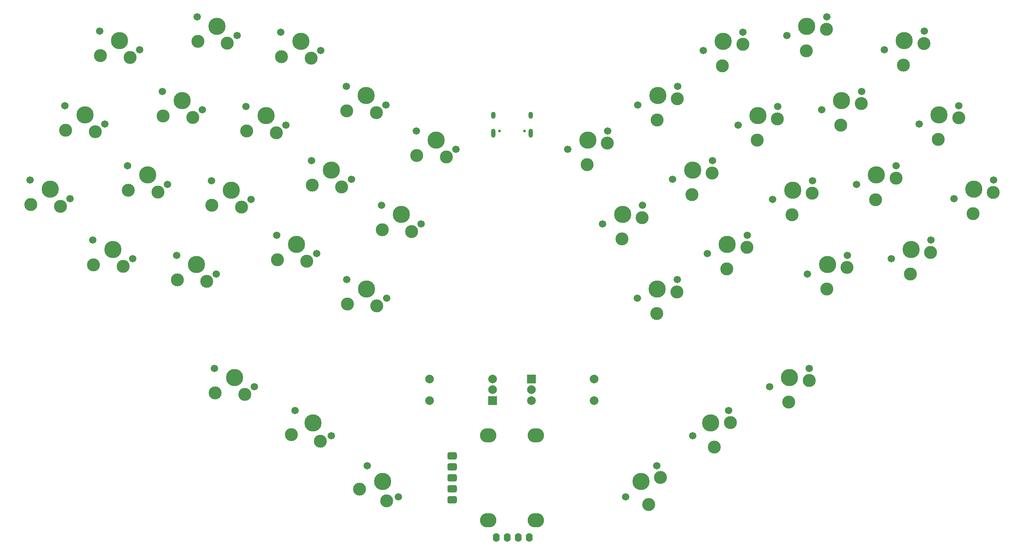
<source format=gbr>
%TF.GenerationSoftware,KiCad,Pcbnew,(5.1.10)-1*%
%TF.CreationDate,2021-07-25T08:46:16-07:00*%
%TF.ProjectId,barobord,6261726f-626f-4726-942e-6b696361645f,rev?*%
%TF.SameCoordinates,Original*%
%TF.FileFunction,Soldermask,Top*%
%TF.FilePolarity,Negative*%
%FSLAX46Y46*%
G04 Gerber Fmt 4.6, Leading zero omitted, Abs format (unit mm)*
G04 Created by KiCad (PCBNEW (5.1.10)-1) date 2021-07-25 08:46:16*
%MOMM*%
%LPD*%
G01*
G04 APERTURE LIST*
%ADD10R,2.000000X2.000000*%
%ADD11C,2.000000*%
%ADD12O,1.600000X2.000000*%
%ADD13O,3.800000X3.300000*%
%ADD14C,1.701800*%
%ADD15C,3.987800*%
%ADD16C,3.000000*%
%ADD17C,0.650000*%
%ADD18O,1.000000X2.100000*%
%ADD19O,1.000000X1.600000*%
G04 APERTURE END LIST*
D10*
%TO.C,SW43*%
X150352593Y-115558404D03*
D11*
X150352593Y-118058404D03*
X150352593Y-120558404D03*
X164852593Y-115558404D03*
X164852593Y-120558404D03*
%TD*%
D10*
%TO.C,SW42*%
X141352593Y-120558404D03*
D11*
X141352593Y-118058404D03*
X141352593Y-115558404D03*
X126852593Y-120558404D03*
X126852593Y-115558404D03*
%TD*%
D12*
%TO.C,Brd1*%
X147332593Y-152258404D03*
X149872593Y-152258404D03*
X144792593Y-152258404D03*
X142252593Y-152258404D03*
%TD*%
D13*
%TO.C,J1*%
X140352593Y-128658404D03*
X151352593Y-128658404D03*
X151352593Y-148258404D03*
X140352593Y-148258404D03*
G36*
G01*
X133128593Y-132953404D02*
X133128593Y-133803404D01*
G75*
G02*
X132703593Y-134228404I-425000J0D01*
G01*
X131353593Y-134228404D01*
G75*
G02*
X130928593Y-133803404I0J425000D01*
G01*
X130928593Y-132953404D01*
G75*
G02*
X131353593Y-132528404I425000J0D01*
G01*
X132703593Y-132528404D01*
G75*
G02*
X133128593Y-132953404I0J-425000D01*
G01*
G37*
G36*
G01*
X132703593Y-136768404D02*
X131353593Y-136768404D01*
G75*
G02*
X130928593Y-136343404I0J425000D01*
G01*
X130928593Y-135493404D01*
G75*
G02*
X131353593Y-135068404I425000J0D01*
G01*
X132703593Y-135068404D01*
G75*
G02*
X133128593Y-135493404I0J-425000D01*
G01*
X133128593Y-136343404D01*
G75*
G02*
X132703593Y-136768404I-425000J0D01*
G01*
G37*
G36*
G01*
X132703593Y-139308404D02*
X131353593Y-139308404D01*
G75*
G02*
X130928593Y-138883404I0J425000D01*
G01*
X130928593Y-138033404D01*
G75*
G02*
X131353593Y-137608404I425000J0D01*
G01*
X132703593Y-137608404D01*
G75*
G02*
X133128593Y-138033404I0J-425000D01*
G01*
X133128593Y-138883404D01*
G75*
G02*
X132703593Y-139308404I-425000J0D01*
G01*
G37*
G36*
G01*
X132703593Y-141848404D02*
X131353593Y-141848404D01*
G75*
G02*
X130928593Y-141423404I0J425000D01*
G01*
X130928593Y-140573404D01*
G75*
G02*
X131353593Y-140148404I425000J0D01*
G01*
X132703593Y-140148404D01*
G75*
G02*
X133128593Y-140573404I0J-425000D01*
G01*
X133128593Y-141423404D01*
G75*
G02*
X132703593Y-141848404I-425000J0D01*
G01*
G37*
G36*
G01*
X132703593Y-144388404D02*
X131353593Y-144388404D01*
G75*
G02*
X130928593Y-143963404I0J425000D01*
G01*
X130928593Y-143113404D01*
G75*
G02*
X131353593Y-142688404I425000J0D01*
G01*
X132703593Y-142688404D01*
G75*
G02*
X133128593Y-143113404I0J-425000D01*
G01*
X133128593Y-143963404D01*
G75*
G02*
X132703593Y-144388404I-425000J0D01*
G01*
G37*
%TD*%
D14*
%TO.C,SW24*%
X100712849Y-86592697D03*
X91504761Y-82298895D03*
D15*
X96108805Y-84445796D03*
D16*
X98488387Y-88357993D03*
X91659882Y-87976389D03*
%TD*%
D14*
%TO.C,SW4*%
X116772343Y-52153002D03*
X107564255Y-47859200D03*
D15*
X112168299Y-50006101D03*
D16*
X114547881Y-53918298D03*
X107719376Y-53536694D03*
%TD*%
D14*
%TO.C,SW14*%
X108742596Y-69372849D03*
X99534508Y-65079047D03*
D15*
X104138552Y-67225948D03*
D16*
X106518134Y-71138145D03*
X99689629Y-70756541D03*
%TD*%
D14*
%TO.C,SW34*%
X104087610Y-128674027D03*
X95765026Y-122846491D03*
D15*
X99926318Y-125760259D03*
D16*
X101590403Y-130026231D03*
X94931904Y-128464667D03*
%TD*%
D14*
%TO.C,SW7*%
X184135745Y-47859200D03*
X174927657Y-52153002D03*
D15*
X179531701Y-50006101D03*
D16*
X184058184Y-50697947D03*
X179376580Y-55683595D03*
%TD*%
D14*
%TO.C,SW40*%
X242664680Y-83459248D03*
X233456592Y-87753050D03*
D15*
X238060636Y-85606149D03*
D16*
X242587119Y-86297995D03*
X237905515Y-91283643D03*
%TD*%
D14*
%TO.C,SW39*%
X223331742Y-86957456D03*
X214123654Y-91251258D03*
D15*
X218727698Y-89104357D03*
D16*
X223254181Y-89796203D03*
X218572577Y-94781851D03*
%TD*%
D14*
%TO.C,SW38*%
X214564259Y-113113359D03*
X205356171Y-117407161D03*
D15*
X209960215Y-115260260D03*
D16*
X214486698Y-115952106D03*
X209805094Y-120937754D03*
%TD*%
D14*
%TO.C,SW37*%
X195934974Y-122846491D03*
X187612390Y-128674027D03*
D15*
X191773682Y-125760259D03*
D16*
X196351535Y-125655579D03*
X192606804Y-131378436D03*
%TD*%
D14*
%TO.C,SW36*%
X179278852Y-135666697D03*
X172094648Y-142850901D03*
D15*
X175686750Y-139258799D03*
D16*
X180176878Y-138360773D03*
X177482801Y-144646953D03*
%TD*%
D14*
%TO.C,SW35*%
X119605352Y-142850901D03*
X112421148Y-135666697D03*
D15*
X116013250Y-139258799D03*
D16*
X116911276Y-143748927D03*
X110625096Y-141054850D03*
%TD*%
D14*
%TO.C,SW33*%
X86343829Y-117407161D03*
X77135741Y-113113359D03*
D15*
X81739785Y-115260260D03*
D16*
X84119367Y-119172457D03*
X77290862Y-118790853D03*
%TD*%
D14*
%TO.C,SW32*%
X77576346Y-91251258D03*
X68368258Y-86957456D03*
D15*
X72972302Y-89104357D03*
D16*
X75351884Y-93016554D03*
X68523379Y-92634950D03*
%TD*%
D14*
%TO.C,SW31*%
X58243408Y-87753050D03*
X49035320Y-83459248D03*
D15*
X53639364Y-85606149D03*
D16*
X56018946Y-89518346D03*
X49190441Y-89136742D03*
%TD*%
D14*
%TO.C,SW30*%
X257137508Y-69538501D03*
X247929420Y-73832303D03*
D15*
X252533464Y-71685402D03*
D16*
X257059947Y-72377248D03*
X252378343Y-77362896D03*
%TD*%
D14*
%TO.C,SW29*%
X234634933Y-66239401D03*
X225426845Y-70533203D03*
D15*
X230030889Y-68386302D03*
D16*
X234557372Y-69078148D03*
X229875768Y-74063796D03*
%TD*%
D14*
%TO.C,SW28*%
X215301995Y-69737609D03*
X206093907Y-74031411D03*
D15*
X210697951Y-71884510D03*
D16*
X215224434Y-72576356D03*
X210542830Y-77562004D03*
%TD*%
D14*
%TO.C,SW27*%
X200195239Y-82298895D03*
X190987151Y-86592697D03*
D15*
X195591195Y-84445796D03*
D16*
X200117678Y-85137642D03*
X195436074Y-90123290D03*
%TD*%
D14*
%TO.C,SW26*%
X184031937Y-92594411D03*
X174823849Y-96888213D03*
D15*
X179427893Y-94741312D03*
D16*
X183954376Y-95433158D03*
X179272772Y-100418806D03*
%TD*%
D14*
%TO.C,SW25*%
X116876151Y-96888213D03*
X107668063Y-92594411D03*
D15*
X112272107Y-94741312D03*
D16*
X114651689Y-98653509D03*
X107823184Y-98271905D03*
%TD*%
D14*
%TO.C,SW23*%
X85606093Y-74031411D03*
X76398005Y-69737609D03*
D15*
X81002049Y-71884510D03*
D16*
X83381631Y-75796707D03*
X76553126Y-75415103D03*
%TD*%
D14*
%TO.C,SW22*%
X66273155Y-70533203D03*
X57065067Y-66239401D03*
D15*
X61669111Y-68386302D03*
D16*
X64048693Y-72298499D03*
X57220188Y-71916895D03*
%TD*%
D14*
%TO.C,SW21*%
X43770580Y-73832303D03*
X34562492Y-69538501D03*
D15*
X39166536Y-71685402D03*
D16*
X41546118Y-75597599D03*
X34717613Y-75215995D03*
%TD*%
D14*
%TO.C,SW20*%
X249107761Y-52318654D03*
X239899673Y-56612456D03*
D15*
X244503717Y-54465555D03*
D16*
X249030200Y-55157401D03*
X244348596Y-60143049D03*
%TD*%
D14*
%TO.C,SW19*%
X226605186Y-49019554D03*
X217397098Y-53313356D03*
D15*
X222001142Y-51166455D03*
D16*
X226527625Y-51858301D03*
X221846021Y-56843949D03*
%TD*%
D14*
%TO.C,SW18*%
X207272248Y-52517762D03*
X198064160Y-56811564D03*
D15*
X202668204Y-54664663D03*
D16*
X207194687Y-55356509D03*
X202513083Y-60342157D03*
%TD*%
D14*
%TO.C,SW17*%
X192165492Y-65079047D03*
X182957404Y-69372849D03*
D15*
X187561448Y-67225948D03*
D16*
X192087931Y-67917794D03*
X187406327Y-72903442D03*
%TD*%
D14*
%TO.C,SW16*%
X176002191Y-75374564D03*
X166794103Y-79668366D03*
D15*
X171398147Y-77521465D03*
D16*
X175924630Y-78213311D03*
X171243026Y-83198959D03*
%TD*%
D14*
%TO.C,SW15*%
X124905897Y-79668366D03*
X115697809Y-75374564D03*
D15*
X120301853Y-77521465D03*
D16*
X122681435Y-81433662D03*
X115852930Y-81052058D03*
%TD*%
D14*
%TO.C,SW13*%
X93635840Y-56811564D03*
X84427752Y-52517762D03*
D15*
X89031796Y-54664663D03*
D16*
X91411378Y-58576860D03*
X84582873Y-58195256D03*
%TD*%
D14*
%TO.C,SW12*%
X74302902Y-53313356D03*
X65094814Y-49019554D03*
D15*
X69698858Y-51166455D03*
D16*
X72078440Y-55078652D03*
X65249935Y-54697048D03*
%TD*%
D14*
%TO.C,SW11*%
X51800327Y-56612456D03*
X42592239Y-52318654D03*
D15*
X47196283Y-54465555D03*
D16*
X49575865Y-58377752D03*
X42747360Y-57996148D03*
%TD*%
D14*
%TO.C,SW10*%
X241078014Y-35098807D03*
X231869926Y-39392609D03*
D15*
X236473970Y-37245708D03*
D16*
X241000453Y-37937554D03*
X236318849Y-42923202D03*
%TD*%
D14*
%TO.C,SW9*%
X218575439Y-31799707D03*
X209367351Y-36093509D03*
D15*
X213971395Y-33946608D03*
D16*
X218497878Y-34638454D03*
X213816274Y-39624102D03*
%TD*%
D14*
%TO.C,SW8*%
X199242501Y-35297915D03*
X190034413Y-39591717D03*
D15*
X194638457Y-37444816D03*
D16*
X199164940Y-38136662D03*
X194483336Y-43122310D03*
%TD*%
D14*
%TO.C,SW6*%
X167972444Y-58154717D03*
X158764356Y-62448519D03*
D15*
X163368400Y-60301618D03*
D16*
X167894883Y-60993464D03*
X163213279Y-65979112D03*
%TD*%
D14*
%TO.C,SW5*%
X132935644Y-62448519D03*
X123727556Y-58154717D03*
D15*
X128331600Y-60301618D03*
D16*
X130711182Y-64213815D03*
X123882677Y-63832211D03*
%TD*%
D14*
%TO.C,SW3*%
X101665587Y-39591717D03*
X92457499Y-35297915D03*
D15*
X97061543Y-37444816D03*
D16*
X99441125Y-41357013D03*
X92612620Y-40975409D03*
%TD*%
D14*
%TO.C,SW2*%
X82332649Y-36093509D03*
X73124561Y-31799707D03*
D15*
X77728605Y-33946608D03*
D16*
X80108187Y-37858805D03*
X73279682Y-37477201D03*
%TD*%
D14*
%TO.C,SW1*%
X59830074Y-39392609D03*
X50621986Y-35098807D03*
D15*
X55226030Y-37245708D03*
D16*
X57605612Y-41157905D03*
X50777107Y-40776301D03*
%TD*%
D17*
%TO.C,USB1*%
X148742593Y-58158404D03*
X142962593Y-58158404D03*
D18*
X141532593Y-58688404D03*
X150172593Y-58688404D03*
D19*
X141532593Y-54508404D03*
X150172593Y-54508404D03*
%TD*%
M02*

</source>
